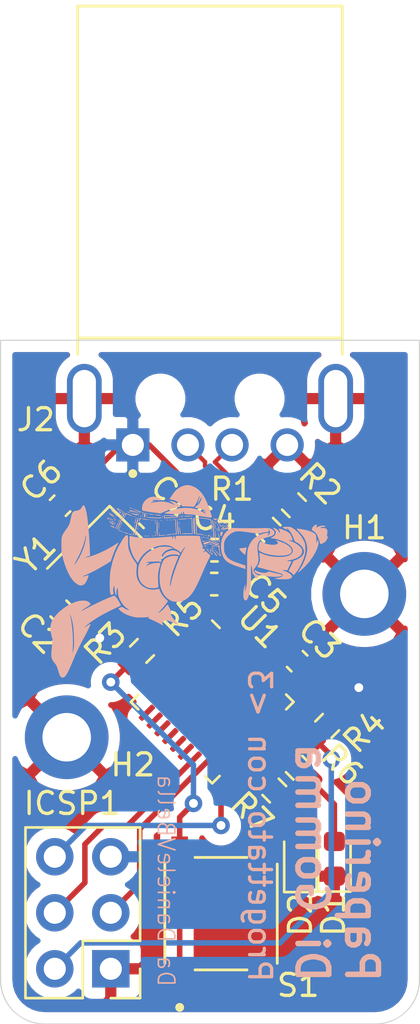
<source format=kicad_pcb>
(kicad_pcb (version 20171130) (host pcbnew 5.1.10)
  (layers (0 F.Cu signal) (31 B.Cu signal) (34 B.Paste user) (35 F.Paste user) (36 B.SilkS user) (37 F.SilkS user) (38 B.Mask user) (39 F.Mask user) (44 Edge.Cuts user))
  (net 0 "")
  (net 1 "Net-(C1-Pad1)")
  (net 2 GND)
  (net 3 "Net-(C2-Pad1)")
  (net 4 "Net-(C3-Pad2)")
  (net 5 +5V)
  (net 6 "Net-(D1-Pad2)")
  (net 7 "Net-(D2-Pad2)")
  (net 8 /MISO)
  (net 9 /SCK)
  (net 10 /MOSI)
  (net 11 /RESET)
  (net 12 /D-)
  (net 13 /D+)
  (net 14 /TOGGLE)
  (net 15 "Net-(U1-Pad6)")
  (net 16 "Net-(U1-Pad7)")
  (net 17 "Net-(U1-Pad10)")
  (net 18 "Net-(U1-Pad11)")
  (net 19 "Net-(U1-Pad12)")
  (net 20 "Net-(U1-Pad13)")
  (net 21 "Net-(U1-Pad14)")
  (net 22 "Net-(U1-Pad18)")
  (net 23 "Net-(U1-Pad19)")
  (net 24 "Net-(U1-Pad20)")
  (net 25 "Net-(U1-Pad21)")
  (net 26 "Net-(U1-Pad25)")
  (net 27 "Net-(U1-Pad26)")
  (net 28 "Net-(U1-Pad8)")
  (net 29 "Net-(U1-Pad9)")
  (net 30 /LED1)
  (net 31 /LED2)
  (net 32 /USB_D-)
  (net 33 /USB_D+)
  (module SnapEDA:donald (layer B.Cu) (at 154.6 103.4 90)
    (fp_text reference G*** hide)
    (fp_text value LOGO hide)
  )
  (module Capacitor_SMD:C_0603_1608Metric (layer F.Cu) (at 152.751992 100.551992 315)
    (fp_text reference C1 (at 0 -1.43 135) (layer F.SilkS))
    (fp_text value 22pF)
    (pad 1 smd roundrect (at -0.775 0 315) (size 0.9 0.95) (layers F.Cu F.Paste F.Mask) (net 1 "Net-(C1-Pad1)"))
    (pad 2 smd roundrect (at 0.775 0 315) (size 0.9 0.95) (layers F.Cu F.Paste F.Mask) (net 2 GND))
  )
  (module Capacitor_SMD:C_0603_1608Metric (layer F.Cu) (at 148.730152 104.764214 135)
    (fp_text reference C2 (at 0 -1.43 135) (layer F.SilkS))
    (fp_text value 22pF)
    (pad 1 smd roundrect (at -0.775 0 135) (size 0.9 0.95) (layers F.Cu F.Paste F.Mask) (net 3 "Net-(C2-Pad1)"))
    (pad 2 smd roundrect (at 0.775 0 135) (size 0.9 0.95) (layers F.Cu F.Paste F.Mask) (net 2 GND))
  )
  (module Capacitor_SMD:C_0603_1608Metric (layer F.Cu) (at 159.451992 107.051992 315)
    (fp_text reference C3 (at 0 -1.43 135) (layer F.SilkS))
    (fp_text value 1uF)
    (pad 2 smd roundrect (at 0.775 0 315) (size 0.9 0.95) (layers F.Cu F.Paste F.Mask) (net 4 "Net-(C3-Pad2)"))
    (pad 1 smd roundrect (at -0.775 0 315) (size 0.9 0.95) (layers F.Cu F.Paste F.Mask) (net 2 GND))
  )
  (module Capacitor_SMD:C_0603_1608Metric (layer F.Cu) (at 155.70436 102.018738)
    (fp_text reference C4 (at 0 -1.43) (layer F.SilkS))
    (fp_text value 10nF)
    (pad 2 smd roundrect (at 0.775 0) (size 0.9 0.95) (layers F.Cu F.Paste F.Mask) (net 5 +5V))
    (pad 1 smd roundrect (at -0.775 0) (size 0.9 0.95) (layers F.Cu F.Paste F.Mask) (net 2 GND))
  )
  (module Capacitor_SMD:C_0603_1608Metric (layer F.Cu) (at 155.69196 103.555436)
    (fp_text reference C5 (at 2.30804 0.444564 315) (layer F.SilkS))
    (fp_text value 100nF)
    (pad 1 smd roundrect (at -0.775 0) (size 0.9 0.95) (layers F.Cu F.Paste F.Mask) (net 2 GND))
    (pad 2 smd roundrect (at 0.775 0) (size 0.9 0.95) (layers F.Cu F.Paste F.Mask) (net 5 +5V))
  )
  (module Diode_SMD:D_0603_1608Metric (layer F.Cu) (at 161.141206 116.0125 90)
    (fp_text reference D1 (at -2.5375 -0.041206 90) (layer F.SilkS))
    (fp_text value LED1)
    (pad 2 smd roundrect (at 0.7875 0 90) (size 0.875 0.95) (layers F.Cu F.Paste F.Mask) (net 6 "Net-(D1-Pad2)"))
    (pad 1 smd roundrect (at -0.7875 0 90) (size 0.875 0.95) (layers F.Cu F.Paste F.Mask) (net 2 GND))
  )
  (module SnapEDA:MOLEX_48037-0001 (layer F.Cu) (at 155.5 95.144 180)
    (fp_text reference J2 (at 7.9 -0.956 180) (layer F.SilkS))
    (fp_text value 48037-0001)
    (pad 1 thru_hole rect (at 3.5 -2.1 180) (size 1.508 1.508) (drill 1) (layers *.Cu *.Mask) (net 5 +5V))
    (pad 2 thru_hole circle (at 1 -2.1 180) (size 1.508 1.508) (drill 1) (layers *.Cu *.Mask) (net 32 /USB_D-))
    (pad 3 thru_hole circle (at -1 -2.1 180) (size 1.508 1.508) (drill 1) (layers *.Cu *.Mask) (net 33 /USB_D+))
    (pad 4 thru_hole circle (at -3.5 -2.1 180) (size 1.508 1.508) (drill 1) (layers *.Cu *.Mask) (net 2 GND))
    (pad None np_thru_hole circle (at 2.25 0 180) (size 1.25 1.25) (drill 1.25) (layers *.Cu *.Mask))
    (pad None np_thru_hole circle (at -2.25 0 180) (size 1.25 1.25) (drill 1.25) (layers *.Cu *.Mask))
    (pad S2 thru_hole oval (at -5.7 0 180) (size 1.575 3.15) (drill oval 1.05 2.6) (layers *.Cu *.Mask) (net 2 GND))
    (pad S1 thru_hole oval (at 5.7 0 180) (size 1.575 3.15) (drill oval 1.05 2.6) (layers *.Cu *.Mask) (net 2 GND))
  )
  (module Connector_PinHeader_2.54mm:PinHeader_2x03_P2.54mm_Vertical (layer F.Cu) (at 151 121 180)
    (fp_text reference ICSP1 (at 1.75 7.5) (layer F.SilkS))
    (fp_text value Conn_01x06_Female)
    (pad 1 thru_hole rect (at 0 0 180) (size 1.7 1.7) (drill 1) (layers *.Cu *.Mask) (net 2 GND))
    (pad 2 thru_hole oval (at 2.54 0 180) (size 1.7 1.7) (drill 1) (layers *.Cu *.Mask) (net 11 /RESET))
    (pad 3 thru_hole oval (at 0 2.54 180) (size 1.7 1.7) (drill 1) (layers *.Cu *.Mask) (net 10 /MOSI))
    (pad 4 thru_hole oval (at 2.54 2.54 180) (size 1.7 1.7) (drill 1) (layers *.Cu *.Mask) (net 9 /SCK))
    (pad 5 thru_hole oval (at 0 5.08 180) (size 1.7 1.7) (drill 1) (layers *.Cu *.Mask) (net 5 +5V))
    (pad 6 thru_hole oval (at 2.54 5.08 180) (size 1.7 1.7) (drill 1) (layers *.Cu *.Mask) (net 8 /MISO))
  )
  (module Resistor_SMD:R_0603_1608Metric (layer F.Cu) (at 158.158058 101.092373 315)
    (fp_text reference R1 (at -2.475178 -0.13033 180) (layer F.SilkS))
    (fp_text value 22)
    (pad 2 smd roundrect (at 0.825 0 315) (size 0.8 0.95) (layers F.Cu F.Paste F.Mask) (net 12 /D-))
    (pad 1 smd roundrect (at -0.825 0 315) (size 0.8 0.95) (layers F.Cu F.Paste F.Mask) (net 32 /USB_D-))
  )
  (module Resistor_SMD:R_0603_1608Metric (layer F.Cu) (at 159.307107 99.97868 135)
    (fp_text reference R2 (at -0.151471 1.535534 135) (layer F.SilkS))
    (fp_text value 22)
    (pad 1 smd roundrect (at -0.825 0 135) (size 0.8 0.95) (layers F.Cu F.Paste F.Mask) (net 13 /D+))
    (pad 2 smd roundrect (at 0.825 0 135) (size 0.8 0.95) (layers F.Cu F.Paste F.Mask) (net 33 /USB_D+))
  )
  (module Resistor_SMD:R_0603_1608Metric (layer F.Cu) (at 152.46014 104.428338 225)
    (fp_text reference R3 (at 2.497361 -0.078858 45) (layer F.SilkS))
    (fp_text value 1M)
    (pad 2 smd roundrect (at 0.825 0 225) (size 0.8 0.95) (layers F.Cu F.Paste F.Mask) (net 3 "Net-(C2-Pad1)"))
    (pad 1 smd roundrect (at -0.825 0 225) (size 0.8 0.95) (layers F.Cu F.Paste F.Mask) (net 1 "Net-(C1-Pad1)"))
  )
  (module Resistor_SMD:R_0603_1608Metric (layer F.Cu) (at 160.816637 109.983363 225)
    (fp_text reference R4 (at -1.001777 -1.378858 45) (layer F.SilkS))
    (fp_text value 10k)
    (pad 1 smd roundrect (at -0.825 0 225) (size 0.8 0.95) (layers F.Cu F.Paste F.Mask) (net 5 +5V))
    (pad 2 smd roundrect (at 0.825 0 225) (size 0.8 0.95) (layers F.Cu F.Paste F.Mask) (net 11 /RESET))
  )
  (module Resistor_SMD:R_0603_1608Metric (layer F.Cu) (at 152.416637 106.583363 45)
    (fp_text reference R5 (at 2.41599 0.176777 225) (layer F.SilkS))
    (fp_text value 10k)
    (pad 2 smd roundrect (at 0.825 0 45) (size 0.8 0.95) (layers F.Cu F.Paste F.Mask) (net 5 +5V))
    (pad 1 smd roundrect (at -0.825 0 45) (size 0.8 0.95) (layers F.Cu F.Paste F.Mask) (net 14 /TOGGLE))
  )
  (module SnapEDA:SW_TS-1187A-B-A-B (layer F.Cu) (at 156 118.5 90)
    (fp_text reference S1 (at -3.25 3.5 180) (layer F.SilkS))
    (fp_text value TS-1187A-B-A-B)
    (pad A smd rect (at -3 -1.875 90) (size 1 0.75) (layers F.Cu F.Paste F.Mask) (net 14 /TOGGLE))
    (pad B smd rect (at 3 -1.875 90) (size 1 0.75) (layers F.Cu F.Paste F.Mask) (net 14 /TOGGLE))
    (pad C smd rect (at -3 1.875 90) (size 1 0.75) (layers F.Cu F.Paste F.Mask) (net 2 GND))
    (pad D smd rect (at 3 1.875 90) (size 1 0.75) (layers F.Cu F.Paste F.Mask) (net 2 GND))
  )
  (module Package_DFN_QFN:QFN-32-1EP_5x5mm_P0.5mm_EP3.1x3.1mm (layer F.Cu) (at 155.6 108.9 315)
    (fp_text reference U1 (at -0.883883 -3.924443 135) (layer F.SilkS))
    (fp_text value ATmega16U2-MU)
    (pad 1 smd roundrect (at -2.4375 -1.75 315) (size 0.875 0.25) (layers F.Cu F.Paste F.Mask) (net 1 "Net-(C1-Pad1)"))
    (pad 2 smd roundrect (at -2.4375 -1.25 315) (size 0.875 0.25) (layers F.Cu F.Paste F.Mask) (net 3 "Net-(C2-Pad1)"))
    (pad 3 smd roundrect (at -2.4375 -0.75 315) (size 0.875 0.25) (layers F.Cu F.Paste F.Mask) (net 2 GND))
    (pad 4 smd roundrect (at -2.4375 -0.25 315) (size 0.875 0.25) (layers F.Cu F.Paste F.Mask) (net 5 +5V))
    (pad 5 smd roundrect (at -2.4375 0.25 315) (size 0.875 0.25) (layers F.Cu F.Paste F.Mask) (net 14 /TOGGLE))
    (pad 6 smd roundrect (at -2.4375 0.75 315) (size 0.875 0.25) (layers F.Cu F.Paste F.Mask) (net 15 "Net-(U1-Pad6)"))
    (pad 7 smd roundrect (at -2.4375 1.25 315) (size 0.875 0.25) (layers F.Cu F.Paste F.Mask) (net 16 "Net-(U1-Pad7)"))
    (pad 8 smd roundrect (at -2.4375 1.75 315) (size 0.875 0.25) (layers F.Cu F.Paste F.Mask) (net 28 "Net-(U1-Pad8)"))
    (pad 9 smd roundrect (at -1.75 2.4375 315) (size 0.25 0.875) (layers F.Cu F.Paste F.Mask) (net 29 "Net-(U1-Pad9)"))
    (pad 10 smd roundrect (at -1.25 2.4375 315) (size 0.25 0.875) (layers F.Cu F.Paste F.Mask) (net 17 "Net-(U1-Pad10)"))
    (pad 11 smd roundrect (at -0.75 2.4375 315) (size 0.25 0.875) (layers F.Cu F.Paste F.Mask) (net 18 "Net-(U1-Pad11)"))
    (pad 12 smd roundrect (at -0.25 2.4375 315) (size 0.25 0.875) (layers F.Cu F.Paste F.Mask) (net 19 "Net-(U1-Pad12)"))
    (pad 13 smd roundrect (at 0.25 2.4375 315) (size 0.25 0.875) (layers F.Cu F.Paste F.Mask) (net 20 "Net-(U1-Pad13)"))
    (pad 14 smd roundrect (at 0.75 2.4375 315) (size 0.25 0.875) (layers F.Cu F.Paste F.Mask) (net 21 "Net-(U1-Pad14)"))
    (pad 15 smd roundrect (at 1.25 2.4375 315) (size 0.25 0.875) (layers F.Cu F.Paste F.Mask) (net 9 /SCK))
    (pad 16 smd roundrect (at 1.75 2.4375 315) (size 0.25 0.875) (layers F.Cu F.Paste F.Mask) (net 10 /MOSI))
    (pad 17 smd roundrect (at 2.4375 1.75 315) (size 0.875 0.25) (layers F.Cu F.Paste F.Mask) (net 8 /MISO))
    (pad 18 smd roundrect (at 2.4375 1.25 315) (size 0.875 0.25) (layers F.Cu F.Paste F.Mask) (net 22 "Net-(U1-Pad18)"))
    (pad 19 smd roundrect (at 2.4375 0.75 315) (size 0.875 0.25) (layers F.Cu F.Paste F.Mask) (net 23 "Net-(U1-Pad19)"))
    (pad 20 smd roundrect (at 2.4375 0.25 315) (size 0.875 0.25) (layers F.Cu F.Paste F.Mask) (net 24 "Net-(U1-Pad20)"))
    (pad 21 smd roundrect (at 2.4375 -0.25 315) (size 0.875 0.25) (layers F.Cu F.Paste F.Mask) (net 25 "Net-(U1-Pad21)"))
    (pad 22 smd roundrect (at 2.4375 -0.75 315) (size 0.875 0.25) (layers F.Cu F.Paste F.Mask) (net 31 /LED2))
    (pad 23 smd roundrect (at 2.4375 -1.25 315) (size 0.875 0.25) (layers F.Cu F.Paste F.Mask) (net 30 /LED1))
    (pad 24 smd roundrect (at 2.4375 -1.75 315) (size 0.875 0.25) (layers F.Cu F.Paste F.Mask) (net 11 /RESET))
    (pad 25 smd roundrect (at 1.75 -2.4375 315) (size 0.25 0.875) (layers F.Cu F.Paste F.Mask) (net 26 "Net-(U1-Pad25)"))
    (pad 26 smd roundrect (at 1.25 -2.4375 315) (size 0.25 0.875) (layers F.Cu F.Paste F.Mask) (net 27 "Net-(U1-Pad26)"))
    (pad 27 smd roundrect (at 0.75 -2.4375 315) (size 0.25 0.875) (layers F.Cu F.Paste F.Mask) (net 4 "Net-(C3-Pad2)"))
    (pad 28 smd roundrect (at 0.25 -2.4375 315) (size 0.25 0.875) (layers F.Cu F.Paste F.Mask) (net 2 GND))
    (pad 29 smd roundrect (at -0.25 -2.4375 315) (size 0.25 0.875) (layers F.Cu F.Paste F.Mask) (net 13 /D+))
    (pad 30 smd roundrect (at -0.75 -2.4375 315) (size 0.25 0.875) (layers F.Cu F.Paste F.Mask) (net 12 /D-))
    (pad 31 smd roundrect (at -1.25 -2.4375 315) (size 0.25 0.875) (layers F.Cu F.Paste F.Mask) (net 5 +5V))
    (pad 32 smd roundrect (at -1.75 -2.4375 315) (size 0.25 0.875) (layers F.Cu F.Paste F.Mask) (net 5 +5V))
    (pad 33 smd rect (at 0 0 315) (size 3.1 3.1) (layers F.Cu F.Mask) (net 2 GND))
  )
  (module Resistor_SMD:R_0603_1608Metric (layer F.Cu) (at 159.483363 111.883363 135)
    (fp_text reference R6 (at -1.331676 1.52028 315) (layer F.SilkS))
    (fp_text value 1k)
    (pad 1 smd roundrect (at -0.825 0 135) (size 0.8 0.95) (layers F.Cu F.Paste F.Mask) (net 6 "Net-(D1-Pad2)"))
    (pad 2 smd roundrect (at 0.825 0 135) (size 0.8 0.95) (layers F.Cu F.Paste F.Mask) (net 30 /LED1))
  )
  (module Diode_SMD:D_0603_1608Metric (layer F.Cu) (at 159.6 116.036834 90)
    (fp_text reference D2 (at -2.513166 0 90) (layer F.SilkS))
    (fp_text value LED2)
    (pad 1 smd roundrect (at -0.7875 0 90) (size 0.875 0.95) (layers F.Cu F.Paste F.Mask) (net 2 GND))
    (pad 2 smd roundrect (at 0.7875 0 90) (size 0.875 0.95) (layers F.Cu F.Paste F.Mask) (net 7 "Net-(D2-Pad2)"))
  )
  (module MountingHole:MountingHole_2.2mm_M2_DIN965_Pad (layer F.Cu) (at 162.5 104)
    (fp_text reference H1 (at 0 -3) (layer F.SilkS))
    (fp_text value MountingHole_Pad)
    (pad 1 thru_hole circle (at 0 0) (size 3.8 3.8) (drill 2.2) (layers *.Cu *.Mask) (net 2 GND))
  )
  (module MountingHole:MountingHole_2.2mm_M2_DIN965_Pad (layer F.Cu) (at 149 110.5)
    (fp_text reference H2 (at 3 1.25) (layer F.SilkS))
    (fp_text value MountingHole_Pad)
    (pad 1 thru_hole circle (at 0 0) (size 3.8 3.8) (drill 2.2) (layers *.Cu *.Mask) (net 2 GND))
  )
  (module Resistor_SMD:R_0603_1608Metric (layer F.Cu) (at 158.416637 112.916637 135)
    (fp_text reference R7 (at 0 -1.43 135) (layer F.SilkS))
    (fp_text value 1k)
    (pad 1 smd roundrect (at -0.825 0 135) (size 0.8 0.95) (layers F.Cu F.Paste F.Mask) (net 7 "Net-(D2-Pad2)"))
    (pad 2 smd roundrect (at 0.825 0 135) (size 0.8 0.95) (layers F.Cu F.Paste F.Mask) (net 31 /LED2))
  )
  (module Crystal:Crystal_SMD_3225-4Pin_3.2x2.5mm (layer F.Cu) (at 150.7 102.6 225)
    (fp_text reference Y1 (at 1.909188 2.474874 45) (layer F.SilkS))
    (fp_text value 16MHz)
    (pad 1 smd rect (at -1.1 0.85 225) (size 1.4 1.2) (layers F.Cu F.Paste F.Mask) (net 1 "Net-(C1-Pad1)"))
    (pad 2 smd rect (at 1.1 0.85 225) (size 1.4 1.2) (layers F.Cu F.Paste F.Mask) (net 2 GND))
    (pad 3 smd rect (at 1.1 -0.85 225) (size 1.4 1.2) (layers F.Cu F.Paste F.Mask) (net 3 "Net-(C2-Pad1)"))
    (pad 4 smd rect (at -1.1 -0.85 225) (size 1.4 1.2) (layers F.Cu F.Paste F.Mask) (net 2 GND))
  )
  (module Capacitor_SMD:C_0603_1608Metric (layer F.Cu) (at 148.7 100 45)
    (fp_text reference C6 (at 0.209315 -1.414214 45) (layer F.SilkS))
    (fp_text value 10uF)
    (pad 1 smd roundrect (at -0.775 0 45) (size 0.9 0.95) (layers F.Cu F.Paste F.Mask) (net 2 GND))
    (pad 2 smd roundrect (at 0.775 0 45) (size 0.9 0.95) (layers F.Cu F.Paste F.Mask) (net 5 +5V))
  )
  (gr_text "Paperino\nDi Gomma" (at 161.25 121.75 -90) (layer B.SilkS) (effects (font (size 1.4 1.4) (thickness 0.25)) (justify left mirror)))
  (gr_text "Da DanieleVBella" (at 153.5 117 -90) (layer B.SilkS) (effects (font (size 0.75 0.75) (thickness 0.075)) (justify mirror)))
  (gr_text "Progettato con <3" (at 157.75 114.5 -90) (layer B.SilkS) (effects (font (size 1 1)) (justify mirror)))
  (gr_line (start 146 121.5) (end 146 92.5) (layer Edge.Cuts) (width 0.05))
  (gr_line (start 163 123.5) (end 148 123.5) (layer Edge.Cuts) (width 0.05))
  (gr_line (start 165 92.5) (end 165 121.5) (layer Edge.Cuts) (width 0.05))
  (gr_arc (start 148 121.5) (end 146 121.5) (angle -90) (layer Edge.Cuts) (width 0.05))
  (gr_arc (start 163 121.5) (end 163 123.5) (angle -90) (layer Edge.Cuts) (width 0.05))
  (gr_line (start 165 92.5) (end 146 92.5) (layer Edge.Cuts) (width 0.05))
  (segment (start 150.95901 101.366117) (end 151.032232 101.366117) (width 0.25) (layer F.Cu) (net 1))
  (segment (start 155.113864 105.915336) (end 155.113864 105.93899) (width 0.25) (layer F.Cu) (net 1))
  (segment (start 153.043503 103.844975) (end 155.113864 105.915336) (width 0.25) (layer F.Cu) (net 1))
  (segment (start 150.986826 101.221142) (end 152.203984 100.003984) (width 0.25) (layer F.Cu) (net 1))
  (segment (start 150.876777 101.221142) (end 150.986826 101.221142) (width 0.25) (layer F.Cu) (net 1))
  (segment (start 150.834609 101.26331) (end 150.876777 101.221142) (width 0.25) (layer F.Cu) (net 1))
  (segment (start 150.834609 102.62856) (end 150.834609 101.26331) (width 0.25) (layer F.Cu) (net 1))
  (segment (start 152.051024 103.844975) (end 150.834609 102.62856) (width 0.25) (layer F.Cu) (net 1))
  (segment (start 153.043503 103.844975) (end 152.051024 103.844975) (width 0.25) (layer F.Cu) (net 1))
  (segment (start 158.349569 106.503984) (end 158.903984 106.503984) (width 0.25) (layer F.Cu) (net 2))
  (segment (start 157.500349 107.353204) (end 158.349569 106.503984) (width 0.25) (layer F.Cu) (net 2))
  (segment (start 155.953553 108.9) (end 157.500349 107.353204) (width 0.25) (layer F.Cu) (net 2))
  (segment (start 155.6 108.9) (end 155.953553 108.9) (width 0.25) (layer F.Cu) (net 2))
  (segment (start 155.6 107.83934) (end 154.406757 106.646097) (width 0.25) (layer F.Cu) (net 2))
  (segment (start 155.6 108.9) (end 155.6 107.83934) (width 0.25) (layer F.Cu) (net 2))
  (segment (start 152.078858 102.321142) (end 153.3 101.1) (width 0.25) (layer F.Cu) (net 2))
  (segment (start 152.078858 102.423223) (end 152.078858 102.321142) (width 0.25) (layer F.Cu) (net 2))
  (segment (start 149.27816 105.312222) (end 149.417067 105.312222) (width 0.25) (layer F.Cu) (net 3))
  (segment (start 150.605456 104.123833) (end 150.988909 104.123833) (width 0.25) (layer F.Cu) (net 3))
  (segment (start 153.479468 105.011701) (end 154.760311 106.292544) (width 0.25) (layer F.Cu) (net 3))
  (segment (start 151.876777 105.011701) (end 153.479468 105.011701) (width 0.25) (layer F.Cu) (net 3))
  (segment (start 149.27816 105.223921) (end 150.523223 103.978858) (width 0.25) (layer F.Cu) (net 3))
  (segment (start 149.27816 105.312222) (end 149.27816 105.223921) (width 0.25) (layer F.Cu) (net 3))
  (segment (start 151.556066 105.011701) (end 150.523223 103.978858) (width 0.25) (layer F.Cu) (net 3))
  (segment (start 151.876777 105.011701) (end 151.556066 105.011701) (width 0.25) (layer F.Cu) (net 3))
  (segment (start 158.197218 107.363442) (end 157.853903 107.706757) (width 0.25) (layer F.Cu) (net 4))
  (segment (start 158.588941 107.363442) (end 158.197218 107.363442) (width 0.25) (layer F.Cu) (net 4))
  (segment (start 158.825499 107.6) (end 158.588941 107.363442) (width 0.25) (layer F.Cu) (net 4))
  (segment (start 160 107.6) (end 158.825499 107.6) (width 0.25) (layer F.Cu) (net 4))
  (segment (start 156.46696 102.031138) (end 156.47936 102.018738) (width 0.25) (layer F.Cu) (net 5))
  (segment (start 156.46696 103.555436) (end 156.46696 102.031138) (width 0.25) (layer F.Cu) (net 5))
  (segment (start 156.46696 105.558166) (end 156.086136 105.93899) (width 0.25) (layer F.Cu) (net 5))
  (segment (start 156.46696 103.555436) (end 156.46696 105.558166) (width 0.25) (layer F.Cu) (net 5))
  (segment (start 156.086136 105.938991) (end 156.439689 106.292544) (width 0.25) (layer F.Cu) (net 5))
  (segment (start 156.086136 105.93899) (end 156.086136 105.938991) (width 0.25) (layer F.Cu) (net 5))
  (segment (start 153.999651 106.999651) (end 153 106) (width 0.25) (layer F.Cu) (net 5))
  (segment (start 154.053204 106.999651) (end 153.999651 106.999651) (width 0.25) (layer F.Cu) (net 5))
  (via (at 162.25 108.25) (size 0.8) (drill 0.4) (layers F.Cu B.Cu) (net 5))
  (segment (start 161.4 109.1) (end 162.25 108.25) (width 0.25) (layer F.Cu) (net 5))
  (segment (start 161.4 109.4) (end 161.4 109.1) (width 0.25) (layer F.Cu) (net 5))
  (via (at 150.5 106) (size 0.8) (drill 0.4) (layers F.Cu B.Cu) (net 5))
  (segment (start 153 106) (end 150.5 106) (width 0.25) (layer F.Cu) (net 5))
  (segment (start 152 97.5) (end 152 97.244) (width 0.25) (layer F.Cu) (net 5))
  (segment (start 151.556 97.244) (end 152 97.244) (width 0.25) (layer F.Cu) (net 5))
  (segment (start 151.456 97.244) (end 152 97.244) (width 0.25) (layer F.Cu) (net 5))
  (segment (start 149.248008 99.451992) (end 151.456 97.244) (width 0.25) (layer F.Cu) (net 5))
  (segment (start 156.47936 102.018738) (end 156.47936 100.97936) (width 0.25) (layer F.Cu) (net 5))
  (segment (start 152.744 97.244) (end 152 97.244) (width 0.25) (layer F.Cu) (net 5))
  (segment (start 156.47936 100.97936) (end 152.744 97.244) (width 0.25) (layer F.Cu) (net 5))
  (segment (start 161.141206 113.541206) (end 160.066726 112.466726) (width 0.25) (layer F.Cu) (net 6))
  (segment (start 161.141206 115.225) (end 161.141206 113.541206) (width 0.25) (layer F.Cu) (net 6))
  (segment (start 159.6 114.1) (end 159 113.5) (width 0.25) (layer F.Cu) (net 7))
  (segment (start 159.6 115.249334) (end 159.6 114.1) (width 0.25) (layer F.Cu) (net 7))
  (segment (start 156 111.947146) (end 156.086136 111.86101) (width 0.25) (layer F.Cu) (net 8))
  (segment (start 156 113.5) (end 156 111.947146) (width 0.25) (layer F.Cu) (net 8))
  (segment (start 148.46 115.92) (end 149.88 114.5) (width 0.25) (layer B.Cu) (net 8))
  (via (at 156 114.5) (size 0.8) (drill 0.4) (layers F.Cu B.Cu) (net 8))
  (segment (start 149.88 114.5) (end 156 114.5) (width 0.25) (layer B.Cu) (net 8))
  (segment (start 156 114.5) (end 156 113.5) (width 0.25) (layer F.Cu) (net 8))
  (segment (start 149.824999 115.355999) (end 150.680998 114.5) (width 0.25) (layer F.Cu) (net 9))
  (segment (start 149.824999 117.095001) (end 149.824999 115.355999) (width 0.25) (layer F.Cu) (net 9))
  (segment (start 148.46 118.46) (end 149.824999 117.095001) (width 0.25) (layer F.Cu) (net 9))
  (segment (start 151.767767 114.5) (end 154.760311 111.507456) (width 0.25) (layer F.Cu) (net 9))
  (segment (start 150.680998 114.5) (end 151.767767 114.5) (width 0.25) (layer F.Cu) (net 9))
  (segment (start 151 118.46) (end 152.310977 117.149023) (width 0.25) (layer F.Cu) (net 10))
  (segment (start 152.310977 114.663897) (end 155.113864 111.86101) (width 0.25) (layer F.Cu) (net 10))
  (segment (start 152.310977 117.149023) (end 152.310977 114.663897) (width 0.25) (layer F.Cu) (net 10))
  (segment (start 159.052684 109.386136) (end 160.233274 110.566726) (width 0.25) (layer F.Cu) (net 11))
  (segment (start 158.56101 109.386136) (end 159.052684 109.386136) (width 0.25) (layer F.Cu) (net 11))
  (via (at 161 111.5) (size 0.8) (drill 0.4) (layers F.Cu B.Cu) (net 11))
  (segment (start 161 111.333452) (end 160.233274 110.566726) (width 0.25) (layer F.Cu) (net 11))
  (segment (start 161 111.5) (end 161 111.333452) (width 0.25) (layer F.Cu) (net 11))
  (segment (start 149.635001 119.824999) (end 158.675001 119.824999) (width 0.25) (layer B.Cu) (net 11))
  (segment (start 148.46 121) (end 149.635001 119.824999) (width 0.25) (layer B.Cu) (net 11))
  (segment (start 158.675001 119.824999) (end 161 117.5) (width 0.25) (layer B.Cu) (net 11))
  (segment (start 161 117.5) (end 161 111.5) (width 0.25) (layer B.Cu) (net 11))
  (segment (start 159.44047 104.034224) (end 156.828597 106.646097) (width 0.2) (layer F.Cu) (net 12))
  (segment (start 159.44047 102.374785) (end 159.44047 104.034224) (width 0.2) (layer F.Cu) (net 12))
  (segment (start 158.741421 101.675736) (end 159.44047 102.374785) (width 0.2) (layer F.Cu) (net 12))
  (segment (start 156.828597 106.646097) (end 156.793243 106.646097) (width 0.2) (layer F.Cu) (net 12))
  (segment (start 157.146796 106.964296) (end 157.146796 106.999651) (width 0.2) (layer F.Cu) (net 13))
  (segment (start 159.89047 104.220622) (end 157.146796 106.964296) (width 0.2) (layer F.Cu) (net 13))
  (segment (start 159.89047 100.562043) (end 159.89047 104.220622) (width 0.2) (layer F.Cu) (net 13))
  (segment (start 152.116116 106.883884) (end 151.833274 107.166726) (width 0.25) (layer F.Cu) (net 14))
  (segment (start 153.230331 106.883884) (end 152.116116 106.883884) (width 0.25) (layer F.Cu) (net 14))
  (segment (start 153.699651 107.353204) (end 153.230331 106.883884) (width 0.25) (layer F.Cu) (net 14))
  (segment (start 154.125 121.5) (end 154.125 115.5) (width 0.25) (layer F.Cu) (net 14))
  (via (at 154.75 113.5) (size 0.8) (drill 0.4) (layers F.Cu B.Cu) (net 14))
  (segment (start 154.125 114.125) (end 154.75 113.5) (width 0.25) (layer F.Cu) (net 14))
  (segment (start 154.125 115.5) (end 154.125 114.125) (width 0.25) (layer F.Cu) (net 14))
  (segment (start 151 108) (end 151.833274 107.166726) (width 0.25) (layer F.Cu) (net 14))
  (via (at 151 108) (size 0.8) (drill 0.4) (layers F.Cu B.Cu) (net 14))
  (segment (start 154.75 111.75) (end 151 108) (width 0.25) (layer B.Cu) (net 14))
  (segment (start 154.75 113.5) (end 154.75 111.75) (width 0.25) (layer B.Cu) (net 14))
  (segment (start 158.9 110.432233) (end 158.9 111.3) (width 0.25) (layer F.Cu) (net 30))
  (segment (start 158.207456 109.739689) (end 158.9 110.432233) (width 0.25) (layer F.Cu) (net 30))
  (segment (start 157.853903 110.093243) (end 158.38734 110.62668) (width 0.25) (layer F.Cu) (net 31))
  (segment (start 157.833274 111.341406) (end 157.833274 112.333274) (width 0.25) (layer F.Cu) (net 31))
  (segment (start 158.38734 110.78734) (end 157.833274 111.341406) (width 0.25) (layer F.Cu) (net 31))
  (segment (start 158.38734 110.62668) (end 158.38734 110.78734) (width 0.25) (layer F.Cu) (net 31))
  (segment (start 157.574695 100.318695) (end 157.574695 100.50901) (width 0.25) (layer F.Cu) (net 32))
  (segment (start 156.7792 99.713515) (end 157.574695 100.50901) (width 0.2) (layer F.Cu) (net 32))
  (segment (start 155.275 98.209315) (end 156.7792 99.713515) (width 0.2) (layer F.Cu) (net 32))
  (segment (start 155.275 98.019) (end 155.275 98.209315) (width 0.2) (layer F.Cu) (net 32))
  (segment (start 154.5 97.244) (end 155.275 98.019) (width 0.2) (layer F.Cu) (net 32))
  (segment (start 157.097399 99.395317) (end 158.723744 99.395317) (width 0.2) (layer F.Cu) (net 33))
  (segment (start 155.725 98.022918) (end 157.097399 99.395317) (width 0.2) (layer F.Cu) (net 33))
  (segment (start 155.725 98.019) (end 155.725 98.022918) (width 0.2) (layer F.Cu) (net 33))
  (segment (start 156.5 97.244) (end 155.725 98.019) (width 0.2) (layer F.Cu) (net 33))
  (zone (net 2) (net_name GND) (layer F.Cu) (connect_pads (clearance 0.508)) (min_thickness 0.254) (fill yes (arc_segments 32) (thermal_gap 0.508) (thermal_bridge_width 0.508))
    (polygon (pts (xy 165 123.5) (xy 146 123.5) (xy 146 92.5) (xy 165 92.5)))
  )
  (zone (net 5) (net_name +5V) (layer B.Cu) (connect_pads (clearance 0.508)) (min_thickness 0.254) (fill yes (arc_segments 32) (thermal_gap 0.508) (thermal_bridge_width 0.508))
    (polygon (pts (xy 165 123.5) (xy 146 123.5) (xy 146 92.5) (xy 165 92.5)))
  )
)
</source>
